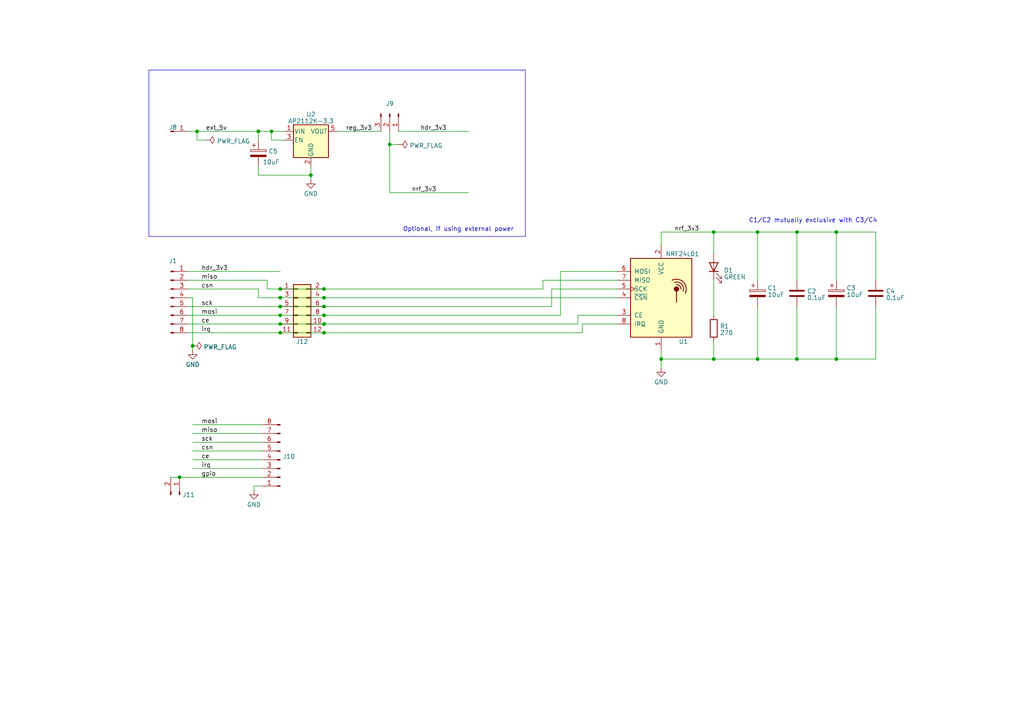
<source format=kicad_sch>
(kicad_sch (version 20230121) (generator eeschema)
  (paper "A4")
  (lib_symbols
    (symbol "Connector:Conn_01x01_Pin" (pin_names (offset 1.016) hide)
      (property "Reference" "J" (at 0 2.54 0))
      (property "Value" "Conn_01x01_Pin" (at 0 -2.54 0))
      (symbol "Conn_01x01_Pin_1_1"
        (polyline (pts (xy 1.27 0) (xy 0.8636 0)) (stroke (width 0.1524)))
        (rectangle (start 0.8636 0.127) (end 0 -0.127) (stroke (width 0.1524)) (fill (type outline)))
        (pin passive line (at 5.08 0 180) (length 3.81) (name "Pin_1") (number "1"))
      )
    )
    (symbol "Connector:Conn_01x02_Pin" (pin_names (offset 1.016) hide)
      (property "Reference" "J" (at 0 2.54 0))
      (property "Value" "Conn_01x02_Pin" (at 0 -5.08 0))
      (symbol "Conn_01x02_Pin_1_1"
        (polyline (pts (xy 1.27 -2.54) (xy 0.8636 -2.54)) (stroke (width 0.1524)))
        (polyline (pts (xy 1.27 0) (xy 0.8636 0)) (stroke (width 0.1524)))
        (rectangle (start 0.8636 -2.413) (end 0 -2.667) (stroke (width 0.1524)) (fill (type outline)))
        (rectangle (start 0.8636 0.127) (end 0 -0.127) (stroke (width 0.1524)) (fill (type outline)))
        (pin passive line (at 5.08 0 180) (length 3.81) (name "Pin_1") (number "1"))
        (pin passive line (at 5.08 -2.54 180) (length 3.81) (name "Pin_2") (number "2"))
      )
    )
    (symbol "Connector:Conn_01x03_Pin" (pin_names (offset 1.016) hide)
      (property "Reference" "J" (at 0 5.08 0))
      (property "Value" "Conn_01x03_Pin" (at 0 -5.08 0))
      (symbol "Conn_01x03_Pin_1_1"
        (polyline (pts (xy 1.27 -2.54) (xy 0.8636 -2.54)) (stroke (width 0.1524)))
        (polyline (pts (xy 1.27 0) (xy 0.8636 0)) (stroke (width 0.1524)))
        (polyline (pts (xy 1.27 2.54) (xy 0.8636 2.54)) (stroke (width 0.1524)))
        (rectangle (start 0.8636 -2.413) (end 0 -2.667) (stroke (width 0.1524)) (fill (type outline)))
        (rectangle (start 0.8636 0.127) (end 0 -0.127) (stroke (width 0.1524)) (fill (type outline)))
        (rectangle (start 0.8636 2.667) (end 0 2.413) (stroke (width 0.1524)) (fill (type outline)))
        (pin passive line (at 5.08 2.54 180) (length 3.81) (name "Pin_1") (number "1"))
        (pin passive line (at 5.08 0 180) (length 3.81) (name "Pin_2") (number "2"))
        (pin passive line (at 5.08 -2.54 180) (length 3.81) (name "Pin_3") (number "3"))
      )
    )
    (symbol "Connector:Conn_01x08_Pin" (pin_names (offset 1.016) hide)
      (property "Reference" "J" (at 0 10.16 0))
      (property "Value" "Conn_01x08_Pin" (at 0 -12.7 0))
      (symbol "Conn_01x08_Pin_1_1"
        (polyline (pts (xy 1.27 -10.16) (xy 0.8636 -10.16)) (stroke (width 0.1524)))
        (polyline (pts (xy 1.27 -7.62) (xy 0.8636 -7.62)) (stroke (width 0.1524)))
        (polyline (pts (xy 1.27 -5.08) (xy 0.8636 -5.08)) (stroke (width 0.1524)))
        (polyline (pts (xy 1.27 -2.54) (xy 0.8636 -2.54)) (stroke (width 0.1524)))
        (polyline (pts (xy 1.27 0) (xy 0.8636 0)) (stroke (width 0.1524)))
        (polyline (pts (xy 1.27 2.54) (xy 0.8636 2.54)) (stroke (width 0.1524)))
        (polyline (pts (xy 1.27 5.08) (xy 0.8636 5.08)) (stroke (width 0.1524)))
        (polyline (pts (xy 1.27 7.62) (xy 0.8636 7.62)) (stroke (width 0.1524)))
        (rectangle (start 0.8636 -10.033) (end 0 -10.287) (stroke (width 0.1524)) (fill (type outline)))
        (rectangle (start 0.8636 -7.493) (end 0 -7.747) (stroke (width 0.1524)) (fill (type outline)))
        (rectangle (start 0.8636 -4.953) (end 0 -5.207) (stroke (width 0.1524)) (fill (type outline)))
        (rectangle (start 0.8636 -2.413) (end 0 -2.667) (stroke (width 0.1524)) (fill (type outline)))
        (rectangle (start 0.8636 0.127) (end 0 -0.127) (stroke (width 0.1524)) (fill (type outline)))
        (rectangle (start 0.8636 2.667) (end 0 2.413) (stroke (width 0.1524)) (fill (type outline)))
        (rectangle (start 0.8636 5.207) (end 0 4.953) (stroke (width 0.1524)) (fill (type outline)))
        (rectangle (start 0.8636 7.747) (end 0 7.493) (stroke (width 0.1524)) (fill (type outline)))
        (pin passive line (at 5.08 7.62 180) (length 3.81) (name "Pin_1") (number "1"))
        (pin passive line (at 5.08 5.08 180) (length 3.81) (name "Pin_2") (number "2"))
        (pin passive line (at 5.08 2.54 180) (length 3.81) (name "Pin_3") (number "3"))
        (pin passive line (at 5.08 0 180) (length 3.81) (name "Pin_4") (number "4"))
        (pin passive line (at 5.08 -2.54 180) (length 3.81) (name "Pin_5") (number "5"))
        (pin passive line (at 5.08 -5.08 180) (length 3.81) (name "Pin_6") (number "6"))
        (pin passive line (at 5.08 -7.62 180) (length 3.81) (name "Pin_7") (number "7"))
        (pin passive line (at 5.08 -10.16 180) (length 3.81) (name "Pin_8") (number "8"))
      )
    )
    (symbol "Connector_Generic:Conn_02x06_Odd_Even" (pin_names (offset 1.016) hide)
      (property "Reference" "J" (at 1.27 7.62 0))
      (property "Value" "Conn_02x06_Odd_Even" (at 1.27 -10.16 0))
      (symbol "Conn_02x06_Odd_Even_1_1"
        (rectangle (start -1.27 -7.493) (end 0 -7.747) (stroke (width 0.1524)))
        (rectangle (start -1.27 -4.953) (end 0 -5.207) (stroke (width 0.1524)))
        (rectangle (start -1.27 -2.413) (end 0 -2.667) (stroke (width 0.1524)))
        (rectangle (start -1.27 0.127) (end 0 -0.127) (stroke (width 0.1524)))
        (rectangle (start -1.27 2.667) (end 0 2.413) (stroke (width 0.1524)))
        (rectangle (start -1.27 5.207) (end 0 4.953) (stroke (width 0.1524)))
        (rectangle (start -1.27 6.35) (end 3.81 -8.89) (stroke (width 0.254)) (fill (type background)))
        (rectangle (start 3.81 -7.493) (end 2.54 -7.747) (stroke (width 0.1524)))
        (rectangle (start 3.81 -4.953) (end 2.54 -5.207) (stroke (width 0.1524)))
        (rectangle (start 3.81 -2.413) (end 2.54 -2.667) (stroke (width 0.1524)))
        (rectangle (start 3.81 0.127) (end 2.54 -0.127) (stroke (width 0.1524)))
        (rectangle (start 3.81 2.667) (end 2.54 2.413) (stroke (width 0.1524)))
        (rectangle (start 3.81 5.207) (end 2.54 4.953) (stroke (width 0.1524)))
        (pin passive line (at -5.08 5.08 0) (length 3.81) (name "Pin_1") (number "1"))
        (pin passive line (at 7.62 -5.08 180) (length 3.81) (name "Pin_10") (number "10"))
        (pin passive line (at -5.08 -7.62 0) (length 3.81) (name "Pin_11") (number "11"))
        (pin passive line (at 7.62 -7.62 180) (length 3.81) (name "Pin_12") (number "12"))
        (pin passive line (at 7.62 5.08 180) (length 3.81) (name "Pin_2") (number "2"))
        (pin passive line (at -5.08 2.54 0) (length 3.81) (name "Pin_3") (number "3"))
        (pin passive line (at 7.62 2.54 180) (length 3.81) (name "Pin_4") (number "4"))
        (pin passive line (at -5.08 0 0) (length 3.81) (name "Pin_5") (number "5"))
        (pin passive line (at 7.62 0 180) (length 3.81) (name "Pin_6") (number "6"))
        (pin passive line (at -5.08 -2.54 0) (length 3.81) (name "Pin_7") (number "7"))
        (pin passive line (at 7.62 -2.54 180) (length 3.81) (name "Pin_8") (number "8"))
        (pin passive line (at -5.08 -5.08 0) (length 3.81) (name "Pin_9") (number "9"))
      )
    )
    (symbol "Device:C" (pin_numbers hide) (pin_names (offset 0.254))
      (property "Reference" "C" (at 0.635 2.54 0))
      (property "Value" "C" (at 0.635 -2.54 0))
      (symbol "C_0_1"
        (polyline (pts (xy -2.032 -0.762) (xy 2.032 -0.762)) (stroke (width 0.508)))
        (polyline (pts (xy -2.032 0.762) (xy 2.032 0.762)) (stroke (width 0.508)))
      )
      (symbol "C_1_1"
        (pin passive line (at 0 3.81 270) (length 2.794) (name "~") (number "1"))
        (pin passive line (at 0 -3.81 90) (length 2.794) (name "~") (number "2"))
      )
    )
    (symbol "Device:C_Polarized" (pin_numbers hide) (pin_names (offset 0.254))
      (property "Reference" "C" (at 0.635 2.54 0))
      (property "Value" "C_Polarized" (at 0.635 -2.54 0))
      (symbol "C_Polarized_0_1"
        (rectangle (start -2.286 0.508) (end 2.286 1.016))
        (polyline (pts (xy -1.778 2.286) (xy -0.762 2.286)))
        (polyline (pts (xy -1.27 2.794) (xy -1.27 1.778)))
        (rectangle (start 2.286 -0.508) (end -2.286 -1.016) (fill (type outline)))
      )
      (symbol "C_Polarized_1_1"
        (pin passive line (at 0 3.81 270) (length 2.794) (name "~") (number "1"))
        (pin passive line (at 0 -3.81 90) (length 2.794) (name "~") (number "2"))
      )
    )
    (symbol "Device:LED" (pin_numbers hide) (pin_names (offset 1.016) hide)
      (property "Reference" "D" (at 0 2.54 0))
      (property "Value" "LED" (at 0 -2.54 0))
      (symbol "LED_0_1"
        (polyline (pts (xy -1.27 -1.27) (xy -1.27 1.27)) (stroke (width 0.254)))
        (polyline (pts (xy -1.27 0) (xy 1.27 0)))
        (polyline (pts (xy 1.27 -1.27) (xy 1.27 1.27) (xy -1.27 0) (xy 1.27 -1.27)) (stroke (width 0.254)))
        (polyline (pts (xy -3.048 -0.762) (xy -4.572 -2.286) (xy -3.81 -2.286) (xy -4.572 -2.286) (xy -4.572 -1.524)))
        (polyline (pts (xy -1.778 -0.762) (xy -3.302 -2.286) (xy -2.54 -2.286) (xy -3.302 -2.286) (xy -3.302 -1.524)))
      )
      (symbol "LED_1_1"
        (pin passive line (at -3.81 0 0) (length 2.54) (name "K") (number "1"))
        (pin passive line (at 3.81 0 180) (length 2.54) (name "A") (number "2"))
      )
    )
    (symbol "Device:R" (pin_numbers hide) (pin_names (offset 0))
      (property "Reference" "R" (at 2.032 0 90))
      (property "Value" "R" (at 0 0 90))
      (symbol "R_0_1"
        (rectangle (start -1.016 -2.54) (end 1.016 2.54) (stroke (width 0.254)))
      )
      (symbol "R_1_1"
        (pin passive line (at 0 3.81 270) (length 1.27) (name "~") (number "1"))
        (pin passive line (at 0 -3.81 90) (length 1.27) (name "~") (number "2"))
      )
    )
    (symbol "RF:NRF24L01_Breakout" (pin_names (offset 1.016))
      (property "Reference" "U" (at -8.89 12.7 0))
      (property "Value" "NRF24L01_Breakout" (at 3.81 12.7 0))
      (symbol "NRF24L01_Breakout_0_1"
        (rectangle (start -8.89 11.43) (end 8.89 -11.43) (stroke (width 0.254)) (fill (type background)))
        (polyline (pts (xy 4.445 1.905) (xy 4.445 -1.27)) (stroke (width 0.254)))
        (circle (center 4.445 2.54) (radius 0.635) (stroke (width 0.254)) (fill (type outline)))
        (arc (start 5.715 2.54) (mid 5.3521 3.4546) (end 4.445 3.81) (stroke (width 0.254)))
        (arc (start 6.35 1.905) (mid 5.8763 3.9854) (end 3.81 4.445) (stroke (width 0.254)))
        (arc (start 6.985 1.27) (mid 6.453 4.548) (end 3.175 5.08) (stroke (width 0.254)))
      )
      (symbol "NRF24L01_Breakout_1_1"
        (pin power_in line (at 0 -15.24 90) (length 3.81) (name "GND") (number "1"))
        (pin power_in line (at 0 15.24 270) (length 3.81) (name "VCC") (number "2"))
        (pin input line (at -12.7 -5.08 0) (length 3.81) (name "CE") (number "3"))
        (pin input line (at -12.7 0 0) (length 3.81) (name "~{CSN}") (number "4"))
        (pin input clock (at -12.7 2.54 0) (length 3.81) (name "SCK") (number "5"))
        (pin input line (at -12.7 7.62 0) (length 3.81) (name "MOSI") (number "6"))
        (pin output line (at -12.7 5.08 0) (length 3.81) (name "MISO") (number "7"))
        (pin output line (at -12.7 -7.62 0) (length 3.81) (name "IRQ") (number "8"))
      )
    )
    (symbol "Regulator_Linear:AP2112K-3.3" (pin_names (offset 0.254))
      (property "Reference" "U" (at -5.08 5.715 0))
      (property "Value" "AP2112K-3.3" (at 0 5.715 0))
      (symbol "AP2112K-3.3_0_1"
        (rectangle (start -5.08 4.445) (end 5.08 -5.08) (stroke (width 0.254)) (fill (type background)))
      )
      (symbol "AP2112K-3.3_1_1"
        (pin power_in line (at -7.62 2.54 0) (length 2.54) (name "VIN") (number "1"))
        (pin power_in line (at 0 -7.62 90) (length 2.54) (name "GND") (number "2"))
        (pin input line (at -7.62 0 0) (length 2.54) (name "EN") (number "3"))
        (pin no_connect line (at 5.08 0 180) (length 2.54) hide (name "NC") (number "4"))
        (pin power_out line (at 7.62 2.54 180) (length 2.54) (name "VOUT") (number "5"))
      )
    )
    (symbol "power:GND" (power) (pin_names (offset 0))
      (property "Value" "GND" (at 0 -3.81 0))
      (symbol "GND_0_1"
        (polyline (pts (xy 0 0) (xy 0 -1.27) (xy 1.27 -1.27) (xy 0 -2.54) (xy -1.27 -1.27) (xy 0 -1.27)))
      )
      (symbol "GND_1_1"
        (pin power_in line (at 0 0 270) (length 0) hide (name "GND") (number "1"))
      )
    )
    (symbol "power:PWR_FLAG" (power) (pin_numbers hide) (pin_names (offset 0) hide)
      (property "Value" "PWR_FLAG" (at 0 3.81 0))
      (symbol "PWR_FLAG_0_0"
        (pin power_out line (at 0 0 90) (length 0) (name "pwr") (number "1"))
      )
      (symbol "PWR_FLAG_0_1"
        (polyline (pts (xy 0 0) (xy 0 1.27) (xy -1.016 1.905) (xy 0 2.54) (xy 1.016 1.905) (xy 0 1.27)))
      )
    )
  )
  (junction (at 207.01 67.31))
  (junction (at 93.98 86.36))
  (junction (at 93.98 96.52))
  (junction (at 78.74 38.1))
  (junction (at 93.98 88.9))
  (junction (at 81.28 93.98))
  (junction (at 81.28 83.82))
  (junction (at 207.01 104.14))
  (junction (at 90.17 50.8))
  (junction (at 113.03 41.91))
  (junction (at 231.14 104.14))
  (junction (at 242.57 104.14))
  (junction (at 219.71 67.31))
  (junction (at 57.15 38.1))
  (junction (at 52.07 138.43))
  (junction (at 219.71 104.14))
  (junction (at 74.93 38.1))
  (junction (at 231.14 67.31))
  (junction (at 81.28 96.52))
  (junction (at 191.77 104.14))
  (junction (at 93.98 93.98))
  (junction (at 242.57 67.31))
  (junction (at 81.28 86.36))
  (junction (at 81.28 88.9))
  (junction (at 93.98 91.44))
  (junction (at 55.88 100.33))
  (junction (at 93.98 83.82))
  (junction (at 81.28 91.44))
  (wire (pts (xy 167.64 91.44) (xy 179.07 91.44)))
  (wire (pts (xy 74.93 38.1) (xy 78.74 38.1)))
  (wire (pts (xy 54.61 93.98) (xy 81.28 93.98)))
  (wire (pts (xy 49.53 138.43) (xy 52.07 138.43)))
  (wire (pts (xy 242.57 104.14) (xy 254 104.14)))
  (wire (pts (xy 93.98 91.44) (xy 162.56 91.44)))
  (wire (pts (xy 167.64 93.98) (xy 167.64 91.44)))
  (wire (pts (xy 113.03 38.1) (xy 113.03 41.91)))
  (wire (pts (xy 54.61 38.1) (xy 57.15 38.1)))
  (wire (pts (xy 207.01 67.31) (xy 219.71 67.31)))
  (wire (pts (xy 74.93 38.1) (xy 74.93 40.64)))
  (wire (pts (xy 219.71 88.9) (xy 219.71 104.14)))
  (wire (pts (xy 254 88.9) (xy 254 104.14)))
  (wire (pts (xy 55.88 100.33) (xy 55.88 101.6)))
  (wire (pts (xy 254 67.31) (xy 254 81.28)))
  (wire (pts (xy 54.61 96.52) (xy 81.28 96.52)))
  (wire (pts (xy 93.98 88.9) (xy 160.02 88.9)))
  (wire (pts (xy 55.88 128.27) (xy 76.2 128.27)))
  (wire (pts (xy 54.61 91.44) (xy 81.28 91.44)))
  (wire (pts (xy 54.61 81.28) (xy 77.47 81.28)))
  (wire (pts (xy 54.61 86.36) (xy 55.88 86.36)))
  (wire (pts (xy 78.74 40.64) (xy 82.55 40.64)))
  (wire (pts (xy 81.28 91.44) (xy 93.98 91.44)))
  (wire (pts (xy 231.14 88.9) (xy 231.14 104.14)))
  (wire (pts (xy 55.88 123.19) (xy 76.2 123.19)))
  (wire (pts (xy 157.48 81.28) (xy 179.07 81.28)))
  (wire (pts (xy 93.98 93.98) (xy 167.64 93.98)))
  (wire (pts (xy 160.02 83.82) (xy 179.07 83.82)))
  (wire (pts (xy 57.15 40.64) (xy 57.15 38.1)))
  (wire (pts (xy 59.69 40.64) (xy 57.15 40.64)))
  (wire (pts (xy 77.47 81.28) (xy 77.47 83.82)))
  (wire (pts (xy 57.15 38.1) (xy 74.93 38.1)))
  (wire (pts (xy 219.71 67.31) (xy 219.71 81.28)))
  (wire (pts (xy 55.88 86.36) (xy 55.88 100.33)))
  (wire (pts (xy 157.48 83.82) (xy 157.48 81.28)))
  (wire (pts (xy 55.88 125.73) (xy 76.2 125.73)))
  (wire (pts (xy 191.77 67.31) (xy 207.01 67.31)))
  (wire (pts (xy 242.57 67.31) (xy 242.57 81.28)))
  (wire (pts (xy 74.93 48.26) (xy 74.93 50.8)))
  (wire (pts (xy 81.28 96.52) (xy 93.98 96.52)))
  (wire (pts (xy 93.98 96.52) (xy 168.91 96.52)))
  (wire (pts (xy 90.17 50.8) (xy 90.17 52.07)))
  (wire (pts (xy 55.88 130.81) (xy 76.2 130.81)))
  (wire (pts (xy 162.56 91.44) (xy 162.56 78.74)))
  (wire (pts (xy 231.14 67.31) (xy 231.14 81.28)))
  (wire (pts (xy 54.61 83.82) (xy 74.93 83.82)))
  (wire (pts (xy 78.74 38.1) (xy 78.74 40.64)))
  (wire (pts (xy 207.01 67.31) (xy 207.01 73.66)))
  (wire (pts (xy 81.28 93.98) (xy 93.98 93.98)))
  (wire (pts (xy 76.2 140.97) (xy 73.66 140.97)))
  (wire (pts (xy 78.74 38.1) (xy 82.55 38.1)))
  (wire (pts (xy 77.47 83.82) (xy 81.28 83.82)))
  (wire (pts (xy 81.28 83.82) (xy 93.98 83.82)))
  (wire (pts (xy 54.61 88.9) (xy 81.28 88.9)))
  (wire (pts (xy 115.57 38.1) (xy 135.89 38.1)))
  (wire (pts (xy 168.91 93.98) (xy 179.07 93.98)))
  (wire (pts (xy 207.01 99.06) (xy 207.01 104.14)))
  (wire (pts (xy 97.79 38.1) (xy 110.49 38.1)))
  (wire (pts (xy 207.01 104.14) (xy 219.71 104.14)))
  (wire (pts (xy 93.98 83.82) (xy 157.48 83.82)))
  (wire (pts (xy 219.71 67.31) (xy 231.14 67.31)))
  (wire (pts (xy 90.17 48.26) (xy 90.17 50.8)))
  (wire (pts (xy 242.57 67.31) (xy 254 67.31)))
  (wire (pts (xy 74.93 50.8) (xy 90.17 50.8)))
  (wire (pts (xy 81.28 88.9) (xy 93.98 88.9)))
  (wire (pts (xy 55.88 135.89) (xy 76.2 135.89)))
  (wire (pts (xy 191.77 104.14) (xy 207.01 104.14)))
  (wire (pts (xy 54.61 78.74) (xy 81.28 78.74)))
  (wire (pts (xy 242.57 88.9) (xy 242.57 104.14)))
  (wire (pts (xy 81.28 86.36) (xy 93.98 86.36)))
  (wire (pts (xy 113.03 55.88) (xy 135.89 55.88)))
  (wire (pts (xy 113.03 41.91) (xy 115.57 41.91)))
  (wire (pts (xy 191.77 67.31) (xy 191.77 71.12)))
  (wire (pts (xy 191.77 101.6) (xy 191.77 104.14)))
  (wire (pts (xy 162.56 78.74) (xy 179.07 78.74)))
  (wire (pts (xy 207.01 81.28) (xy 207.01 91.44)))
  (wire (pts (xy 93.98 86.36) (xy 179.07 86.36)))
  (wire (pts (xy 55.88 133.35) (xy 76.2 133.35)))
  (wire (pts (xy 74.93 83.82) (xy 74.93 86.36)))
  (wire (pts (xy 74.93 86.36) (xy 81.28 86.36)))
  (wire (pts (xy 231.14 104.14) (xy 242.57 104.14)))
  (wire (pts (xy 231.14 67.31) (xy 242.57 67.31)))
  (wire (pts (xy 113.03 41.91) (xy 113.03 55.88)))
  (wire (pts (xy 191.77 104.14) (xy 191.77 106.68)))
  (wire (pts (xy 168.91 96.52) (xy 168.91 93.98)))
  (wire (pts (xy 160.02 88.9) (xy 160.02 83.82)))
  (wire (pts (xy 52.07 138.43) (xy 76.2 138.43)))
  (wire (pts (xy 73.66 140.97) (xy 73.66 142.24)))
  (wire (pts (xy 219.71 104.14) (xy 231.14 104.14)))
  (rectangle (start 43.18 20.32) (end 152.4 68.58))
  (text "Optional, if using external power" (at 116.84 67.31 0) (effects (font (size 1.27 1.27)) (justify left bottom)))
  (text "C1/C2 mutually exclusive with C3/C4" (at 217.17 64.77 0) (effects (font (size 1.27 1.27)) (justify left bottom)))
  (label "irq" (at 58.42 135.89 0))
  (label "irq" (at 58.42 96.52 0))
  (label "hdr_3v3" (at 121.92 38.1 0))
  (label "ce" (at 58.42 133.35 0))
  (label "ext_5v" (at 59.69 38.1 0))
  (label "gpio" (at 58.42 138.43 0))
  (label "csn" (at 58.42 130.81 0))
  (label "sck" (at 58.42 128.27 0))
  (label "miso" (at 58.42 125.73 0))
  (label "miso" (at 58.42 81.28 0))
  (label "sck" (at 58.42 88.9 0))
  (label "mosi" (at 58.42 123.19 0))
  (label "reg_3v3" (at 100.33 38.1 0))
  (label "nrf_3v3" (at 119.38 55.88 0))
  (label "mosi" (at 58.42 91.44 0))
  (label "hdr_3v3" (at 58.42 78.74 0))
  (label "ce" (at 58.42 93.98 0))
  (label "nrf_3v3" (at 195.58 67.31 0))
  (label "csn" (at 58.42 83.82 0))
  (symbol (lib_id "Regulator_Linear:AP2112K-3.3") (at 90.17 40.64 0) (unit 1)
    (property "Reference" "U2" (at 90.17 33.1851 0))
    (property "Value" "AP2112K-3.3" (at 90.17 35.1061 0))
    (property "Footprint" "Package_TO_SOT_SMD:SOT-23-5" (effects hide))
    (property "Datasheet" "https://www.diodes.com/assets/Datasheets/AP2112.pdf" (effects hide))
  )
  (symbol (lib_id "power:GND") (at 191.77 106.68 0) (unit 1)
    (property "Reference" "#PWR01" (effects hide))
    (property "Value" "GND" (at 191.77 110.8155 0))
  )
  (symbol (lib_id "power:GND") (at 55.88 101.6 0) (unit 1)
    (property "Reference" "#PWR02" (effects hide))
    (property "Value" "GND" (at 55.88 105.7355 0))
  )
  (symbol (lib_id "Connector:Conn_01x08_Pin") (at 49.53 86.36 0) (unit 1)
    (property "Reference" "J1" (at 50.165 75.6539 0))
    (property "Value" "Conn_01x08_Pin" (effects hide))
    (property "Footprint" "Connector_PinHeader_2.54mm:PinHeader_1x08_P2.54mm_Vertical" (effects hide))
  )
  (symbol (lib_id "Connector:Conn_01x03_Pin") (at 113.03 33.02 270) (unit 1)
    (property "Reference" "J9" (at 113.03 30.0609 90))
    (property "Value" "Conn_01x03_Pin" (effects hide))
    (property "Footprint" "Connector_PinHeader_2.54mm:PinHeader_1x03_P2.54mm_Vertical" (effects hide))
  )
  (symbol (lib_id "Connector:Conn_01x01_Pin") (at 49.53 38.1 0) (unit 1)
    (property "Reference" "J8" (at 50.165 36.9349 0))
    (property "Value" "Conn_01x01_Pin" (effects hide))
    (property "Footprint" "Connector_PinHeader_2.54mm:PinHeader_1x01_P2.54mm_Vertical" (effects hide))
  )
  (symbol (lib_id "power:PWR_FLAG") (at 59.69 40.64 270) (unit 1)
    (property "Reference" "#FLG03" (effects hide))
    (property "Value" "PWR_FLAG" (at 62.865 40.9568 90) (effects (justify left)))
  )
  (symbol (lib_id "power:PWR_FLAG") (at 115.57 41.91 270) (unit 1)
    (property "Reference" "#FLG02" (effects hide))
    (property "Value" "PWR_FLAG" (at 118.745 42.2268 90) (effects (justify left)))
  )
  (symbol (lib_id "Connector:Conn_01x02_Pin") (at 52.07 143.51 270) (mirror x) (unit 1)
    (property "Reference" "J11" (at 52.9082 143.5187 90) (effects (justify left)))
    (property "Value" "Conn_01x02_Pin" (effects hide))
    (property "Footprint" "Connector_PinHeader_2.54mm:PinHeader_1x02_P2.54mm_Vertical" (effects hide))
  )
  (symbol (lib_id "Device:R") (at 207.01 95.25 0) (unit 1)
    (property "Reference" "R1" (at 208.788 94.6063 0) (effects (justify left)))
    (property "Value" "270" (at 208.788 96.5273 0) (effects (justify left)))
    (property "Footprint" "Resistor_THT:R_Axial_DIN0207_L6.3mm_D2.5mm_P10.16mm_Horizontal" (effects hide))
  )
  (symbol (lib_id "Device:C_Polarized") (at 242.57 85.09 0) (unit 1)
    (property "Reference" "C3" (at 245.491 83.5573 0) (effects (justify left)))
    (property "Value" "10uF" (at 245.491 85.4783 0) (effects (justify left)))
    (property "Footprint" "Capacitor_SMD:CP_Elec_5x3.9" (effects hide))
  )
  (symbol (lib_id "Device:C") (at 254 85.09 0) (unit 1)
    (property "Reference" "C4" (at 256.921 84.4463 0) (effects (justify left)))
    (property "Value" "0.1uF" (at 256.921 86.3673 0) (effects (justify left)))
    (property "Footprint" "Capacitor_SMD:C_0805_2012Metric_Pad1.18x1.45mm_HandSolder" (effects hide))
  )
  (symbol (lib_id "Device:C_Polarized") (at 219.71 85.09 0) (unit 1)
    (property "Reference" "C1" (at 222.631 83.5573 0) (effects (justify left)))
    (property "Value" "10uF" (at 222.631 85.4783 0) (effects (justify left)))
    (property "Footprint" "Capacitor_THT:CP_Radial_D5.0mm_P2.50mm" (effects hide))
  )
  (symbol (lib_id "Connector_Generic:Conn_02x06_Odd_Even") (at 86.36 88.9 0) (unit 1)
    (property "Reference" "J12" (at 87.63 99.06 0))
    (property "Value" "Conn_02x06_Odd_Even" (effects hide))
    (property "Footprint" "Connector_PinHeader_2.54mm:PinHeader_2x06_P2.54mm_Vertical" (effects hide))
  )
  (symbol (lib_id "power:GND") (at 90.17 52.07 0) (unit 1)
    (property "Reference" "#PWR03" (effects hide))
    (property "Value" "GND" (at 90.17 56.2055 0))
  )
  (symbol (lib_id "Device:C_Polarized") (at 74.93 44.45 0) (unit 1)
    (property "Reference" "C5" (at 77.851 43.8778 0) (effects (justify left)))
    (property "Value" "10uF" (at 76.2 46.99 0) (effects (justify left)))
    (property "Footprint" "Capacitor_THT:CP_Radial_D5.0mm_P2.50mm" (effects hide))
  )
  (symbol (lib_id "power:GND") (at 73.66 142.24 0) (unit 1)
    (property "Reference" "#PWR04" (effects hide))
    (property "Value" "GND" (at 73.66 146.3755 0))
  )
  (symbol (lib_id "power:PWR_FLAG") (at 55.88 100.33 270) (unit 1)
    (property "Reference" "#FLG01" (effects hide))
    (property "Value" "PWR_FLAG" (at 59.055 100.6468 90) (effects (justify left)))
  )
  (symbol (lib_id "Device:LED") (at 207.01 77.47 90) (unit 1)
    (property "Reference" "D1" (at 209.931 78.4138 90) (effects (justify right)))
    (property "Value" "GREEN" (at 209.931 80.3348 90) (effects (justify right)))
    (property "Footprint" "LED_THT:LED_D3.0mm" (effects hide))
  )
  (symbol (lib_id "Connector:Conn_01x08_Pin") (at 81.28 133.35 180) (unit 1)
    (property "Reference" "J10" (at 81.9912 132.3968 0) (effects (justify right)))
    (property "Value" "Conn_01x08_Pin" (effects hide))
    (property "Footprint" "Connector_PinHeader_2.54mm:PinHeader_1x08_P2.54mm_Vertical" (effects hide))
  )
  (symbol (lib_id "Device:C") (at 231.14 85.09 0) (unit 1)
    (property "Reference" "C2" (at 234.061 84.4463 0) (effects (justify left)))
    (property "Value" "0.1uF" (at 234.061 86.3673 0) (effects (justify left)))
    (property "Footprint" "Capacitor_THT:C_Disc_D4.7mm_W2.5mm_P5.00mm" (effects hide))
  )
  (symbol (lib_id "RF:NRF24L01_Breakout") (at 191.77 86.36 0) (unit 1)
    (property "Reference" "U1" (at 196.85 99.06 0) (effects (justify left)))
    (property "Value" "NRF24L01" (at 193.04 73.66 0) (effects (justify left)))
    (property "Footprint" "RF_Module:nRF24L01_Breakout" (effects hide))
    (property "Datasheet" "http://www.nordicsemi.com/eng/content/download/2730/34105/file/nRF24L01_Product_Specification_v2_0.pdf" (effects hide))
  )
)
</source>
